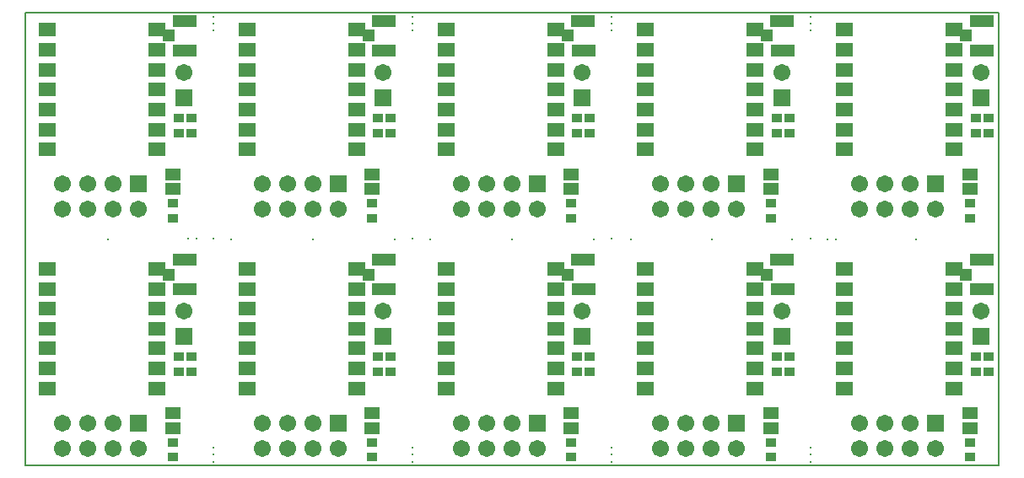
<source format=gts>
G04 Layer_Color=8388736*
%FSLAX24Y24*%
%MOIN*%
G70*
G01*
G75*
%ADD18C,0.0079*%
%ADD29R,0.0946X0.0493*%
%ADD30R,0.0474X0.0474*%
%ADD31R,0.0434X0.0356*%
%ADD32R,0.0631X0.0513*%
%ADD33R,0.0671X0.0552*%
G04:AMPARAMS|DCode=34|XSize=8mil|YSize=8mil|CornerRadius=0mil|HoleSize=0mil|Usage=FLASHONLY|Rotation=0.000|XOffset=0mil|YOffset=0mil|HoleType=Round|Shape=RoundedRectangle|*
%AMROUNDEDRECTD34*
21,1,0.0080,0.0080,0,0,0.0*
21,1,0.0080,0.0080,0,0,0.0*
1,1,0.0000,0.0040,-0.0040*
1,1,0.0000,-0.0040,-0.0040*
1,1,0.0000,-0.0040,0.0040*
1,1,0.0000,0.0040,0.0040*
%
%ADD34ROUNDEDRECTD34*%
G04:AMPARAMS|DCode=35|XSize=8mil|YSize=8mil|CornerRadius=0mil|HoleSize=0mil|Usage=FLASHONLY|Rotation=270.000|XOffset=0mil|YOffset=0mil|HoleType=Round|Shape=RoundedRectangle|*
%AMROUNDEDRECTD35*
21,1,0.0080,0.0080,0,0,270.0*
21,1,0.0080,0.0080,0,0,270.0*
1,1,0.0000,-0.0040,-0.0040*
1,1,0.0000,-0.0040,0.0040*
1,1,0.0000,0.0040,0.0040*
1,1,0.0000,0.0040,-0.0040*
%
%ADD35ROUNDEDRECTD35*%
%ADD36C,0.0080*%
%ADD37R,0.0671X0.0671*%
%ADD38C,0.0671*%
%ADD39R,0.0671X0.0671*%
D18*
X453Y551D02*
Y18465D01*
X38927D01*
Y551D02*
Y18465D01*
X453Y551D02*
X38927D01*
D29*
X6742Y8681D02*
D03*
X6752Y7520D02*
D03*
X14616Y8681D02*
D03*
X14626Y7520D02*
D03*
X22490Y8681D02*
D03*
X22500Y7520D02*
D03*
X30364Y8681D02*
D03*
X30374Y7520D02*
D03*
X38238Y8681D02*
D03*
X38248Y7520D02*
D03*
X6742Y18130D02*
D03*
X6752Y16968D02*
D03*
X14616Y18130D02*
D03*
X14626Y16968D02*
D03*
X22490Y18130D02*
D03*
X22500Y16968D02*
D03*
X30364Y18130D02*
D03*
X30374Y16968D02*
D03*
X38238Y18130D02*
D03*
X38248Y16968D02*
D03*
D30*
X6132Y8100D02*
D03*
X14006D02*
D03*
X21880D02*
D03*
X29754D02*
D03*
X37628D02*
D03*
X6132Y17549D02*
D03*
X14006D02*
D03*
X21880D02*
D03*
X29754D02*
D03*
X37628D02*
D03*
D31*
X6512Y4263D02*
D03*
Y4853D02*
D03*
X7012Y4263D02*
D03*
Y4853D02*
D03*
X6281Y885D02*
D03*
Y1475D02*
D03*
X14386Y4263D02*
D03*
Y4853D02*
D03*
X14886Y4263D02*
D03*
Y4853D02*
D03*
X14156Y885D02*
D03*
Y1475D02*
D03*
X22260Y4263D02*
D03*
Y4853D02*
D03*
X22760Y4263D02*
D03*
Y4853D02*
D03*
X22030Y885D02*
D03*
Y1475D02*
D03*
X30134Y4263D02*
D03*
Y4853D02*
D03*
X30634Y4263D02*
D03*
Y4853D02*
D03*
X29904Y885D02*
D03*
Y1475D02*
D03*
X38008Y4263D02*
D03*
Y4853D02*
D03*
X38508Y4263D02*
D03*
Y4853D02*
D03*
X37778Y885D02*
D03*
Y1475D02*
D03*
X6512Y13711D02*
D03*
Y14302D02*
D03*
X7012Y13711D02*
D03*
Y14302D02*
D03*
X6281Y10333D02*
D03*
Y10924D02*
D03*
X14386Y13711D02*
D03*
Y14302D02*
D03*
X14886Y13711D02*
D03*
Y14302D02*
D03*
X14156Y10333D02*
D03*
Y10924D02*
D03*
X22260Y13711D02*
D03*
Y14302D02*
D03*
X22760Y13711D02*
D03*
Y14302D02*
D03*
X22030Y10333D02*
D03*
Y10924D02*
D03*
X30134Y13711D02*
D03*
Y14302D02*
D03*
X30634Y13711D02*
D03*
Y14302D02*
D03*
X29904Y10333D02*
D03*
Y10924D02*
D03*
X38008Y13711D02*
D03*
Y14302D02*
D03*
X38508Y13711D02*
D03*
Y14302D02*
D03*
X37778Y10333D02*
D03*
Y10924D02*
D03*
D32*
X6281Y2625D02*
D03*
Y2035D02*
D03*
X14156Y2625D02*
D03*
Y2035D02*
D03*
X22030Y2625D02*
D03*
Y2035D02*
D03*
X29904Y2625D02*
D03*
Y2035D02*
D03*
X37778Y2625D02*
D03*
Y2035D02*
D03*
X6281Y12074D02*
D03*
Y11483D02*
D03*
X14156Y12074D02*
D03*
Y11483D02*
D03*
X22030Y12074D02*
D03*
Y11483D02*
D03*
X29904Y12074D02*
D03*
Y11483D02*
D03*
X37778Y12074D02*
D03*
Y11483D02*
D03*
D33*
X1331Y8330D02*
D03*
Y7543D02*
D03*
Y6755D02*
D03*
Y5968D02*
D03*
Y5180D02*
D03*
X5662Y4393D02*
D03*
Y5180D02*
D03*
Y5968D02*
D03*
Y6755D02*
D03*
Y7543D02*
D03*
Y8330D02*
D03*
X1331Y4393D02*
D03*
Y3606D02*
D03*
X5662D02*
D03*
X9206Y8330D02*
D03*
Y7543D02*
D03*
Y6755D02*
D03*
Y5968D02*
D03*
Y5180D02*
D03*
X13536Y4393D02*
D03*
Y5180D02*
D03*
Y5968D02*
D03*
Y6755D02*
D03*
Y7543D02*
D03*
Y8330D02*
D03*
X9206Y4393D02*
D03*
Y3606D02*
D03*
X13536D02*
D03*
X17080Y8330D02*
D03*
Y7543D02*
D03*
Y6755D02*
D03*
Y5968D02*
D03*
Y5180D02*
D03*
X21410Y4393D02*
D03*
Y5180D02*
D03*
Y5968D02*
D03*
Y6755D02*
D03*
Y7543D02*
D03*
Y8330D02*
D03*
X17080Y4393D02*
D03*
Y3606D02*
D03*
X21410D02*
D03*
X24954Y8330D02*
D03*
Y7543D02*
D03*
Y6755D02*
D03*
Y5968D02*
D03*
Y5180D02*
D03*
X29284Y4393D02*
D03*
Y5180D02*
D03*
Y5968D02*
D03*
Y6755D02*
D03*
Y7543D02*
D03*
Y8330D02*
D03*
X24954Y4393D02*
D03*
Y3606D02*
D03*
X29284D02*
D03*
X32828Y8330D02*
D03*
Y7543D02*
D03*
Y6755D02*
D03*
Y5968D02*
D03*
Y5180D02*
D03*
X37158Y4393D02*
D03*
Y5180D02*
D03*
Y5968D02*
D03*
Y6755D02*
D03*
Y7543D02*
D03*
Y8330D02*
D03*
X32828Y4393D02*
D03*
Y3606D02*
D03*
X37158D02*
D03*
X1331Y17779D02*
D03*
Y16991D02*
D03*
Y16204D02*
D03*
Y15417D02*
D03*
Y14629D02*
D03*
X5662Y13842D02*
D03*
Y14629D02*
D03*
Y15417D02*
D03*
Y16204D02*
D03*
Y16991D02*
D03*
Y17779D02*
D03*
X1331Y13842D02*
D03*
Y13054D02*
D03*
X5662D02*
D03*
X9206Y17779D02*
D03*
Y16991D02*
D03*
Y16204D02*
D03*
Y15417D02*
D03*
Y14629D02*
D03*
X13536Y13842D02*
D03*
Y14629D02*
D03*
Y15417D02*
D03*
Y16204D02*
D03*
Y16991D02*
D03*
Y17779D02*
D03*
X9206Y13842D02*
D03*
Y13054D02*
D03*
X13536D02*
D03*
X17080Y17779D02*
D03*
Y16991D02*
D03*
Y16204D02*
D03*
Y15417D02*
D03*
Y14629D02*
D03*
X21410Y13842D02*
D03*
Y14629D02*
D03*
Y15417D02*
D03*
Y16204D02*
D03*
Y16991D02*
D03*
Y17779D02*
D03*
X17080Y13842D02*
D03*
Y13054D02*
D03*
X21410D02*
D03*
X24954Y17779D02*
D03*
Y16991D02*
D03*
Y16204D02*
D03*
Y15417D02*
D03*
Y14629D02*
D03*
X29284Y13842D02*
D03*
Y14629D02*
D03*
Y15417D02*
D03*
Y16204D02*
D03*
Y16991D02*
D03*
Y17779D02*
D03*
X24954Y13842D02*
D03*
Y13054D02*
D03*
X29284D02*
D03*
X32828Y17779D02*
D03*
Y16991D02*
D03*
Y16204D02*
D03*
Y15417D02*
D03*
Y14629D02*
D03*
X37158Y13842D02*
D03*
Y14629D02*
D03*
Y15417D02*
D03*
Y16204D02*
D03*
Y16991D02*
D03*
Y17779D02*
D03*
X32828Y13842D02*
D03*
Y13054D02*
D03*
X37158D02*
D03*
D34*
X3720Y9508D02*
D03*
X11821D02*
D03*
X19685D02*
D03*
X27569D02*
D03*
X35640D02*
D03*
D35*
X7874Y9518D02*
D03*
X15748D02*
D03*
X23632D02*
D03*
X31496D02*
D03*
D36*
X7874Y1260D02*
D03*
Y984D02*
D03*
Y709D02*
D03*
X15748D02*
D03*
Y984D02*
D03*
Y1260D02*
D03*
X23622Y709D02*
D03*
Y984D02*
D03*
Y1260D02*
D03*
X31496Y709D02*
D03*
Y984D02*
D03*
Y1260D02*
D03*
Y18307D02*
D03*
Y18032D02*
D03*
Y17756D02*
D03*
X23622Y18307D02*
D03*
Y18032D02*
D03*
Y17756D02*
D03*
X15748Y18307D02*
D03*
Y18032D02*
D03*
Y17756D02*
D03*
X7874Y18307D02*
D03*
Y18032D02*
D03*
Y17756D02*
D03*
X6890Y9528D02*
D03*
X7205D02*
D03*
X32165Y9508D02*
D03*
X32480D02*
D03*
X8583Y9488D02*
D03*
X15039D02*
D03*
X16457D02*
D03*
X22913D02*
D03*
X24370D02*
D03*
X30748D02*
D03*
D37*
X6713Y5659D02*
D03*
X14587D02*
D03*
X22461D02*
D03*
X30335D02*
D03*
X38209D02*
D03*
X6713Y15108D02*
D03*
X14587D02*
D03*
X22461D02*
D03*
X30335D02*
D03*
X38209D02*
D03*
D38*
X6713Y6659D02*
D03*
X1931Y1230D02*
D03*
X2932D02*
D03*
X3932D02*
D03*
X4931D02*
D03*
X1931Y2230D02*
D03*
X2932D02*
D03*
X3932D02*
D03*
X14587Y6659D02*
D03*
X9806Y1230D02*
D03*
X10806D02*
D03*
X11806D02*
D03*
X12806D02*
D03*
X9806Y2230D02*
D03*
X10806D02*
D03*
X11806D02*
D03*
X22461Y6659D02*
D03*
X17680Y1230D02*
D03*
X18680D02*
D03*
X19680D02*
D03*
X20680D02*
D03*
X17680Y2230D02*
D03*
X18680D02*
D03*
X19680D02*
D03*
X30335Y6659D02*
D03*
X25554Y1230D02*
D03*
X26554D02*
D03*
X27554D02*
D03*
X28554D02*
D03*
X25554Y2230D02*
D03*
X26554D02*
D03*
X27554D02*
D03*
X38209Y6659D02*
D03*
X33428Y1230D02*
D03*
X34428D02*
D03*
X35428D02*
D03*
X36428D02*
D03*
X33428Y2230D02*
D03*
X34428D02*
D03*
X35428D02*
D03*
X6713Y16108D02*
D03*
X1931Y10679D02*
D03*
X2932D02*
D03*
X3932D02*
D03*
X4931D02*
D03*
X1931Y11679D02*
D03*
X2932D02*
D03*
X3932D02*
D03*
X14587Y16108D02*
D03*
X9806Y10679D02*
D03*
X10806D02*
D03*
X11806D02*
D03*
X12806D02*
D03*
X9806Y11679D02*
D03*
X10806D02*
D03*
X11806D02*
D03*
X22461Y16108D02*
D03*
X17680Y10679D02*
D03*
X18680D02*
D03*
X19680D02*
D03*
X20680D02*
D03*
X17680Y11679D02*
D03*
X18680D02*
D03*
X19680D02*
D03*
X30335Y16108D02*
D03*
X25554Y10679D02*
D03*
X26554D02*
D03*
X27554D02*
D03*
X28554D02*
D03*
X25554Y11679D02*
D03*
X26554D02*
D03*
X27554D02*
D03*
X38209Y16108D02*
D03*
X33428Y10679D02*
D03*
X34428D02*
D03*
X35428D02*
D03*
X36428D02*
D03*
X33428Y11679D02*
D03*
X34428D02*
D03*
X35428D02*
D03*
D39*
X4931Y2230D02*
D03*
X12806D02*
D03*
X20680D02*
D03*
X28554D02*
D03*
X36428D02*
D03*
X4931Y11679D02*
D03*
X12806D02*
D03*
X20680D02*
D03*
X28554D02*
D03*
X36428D02*
D03*
M02*

</source>
